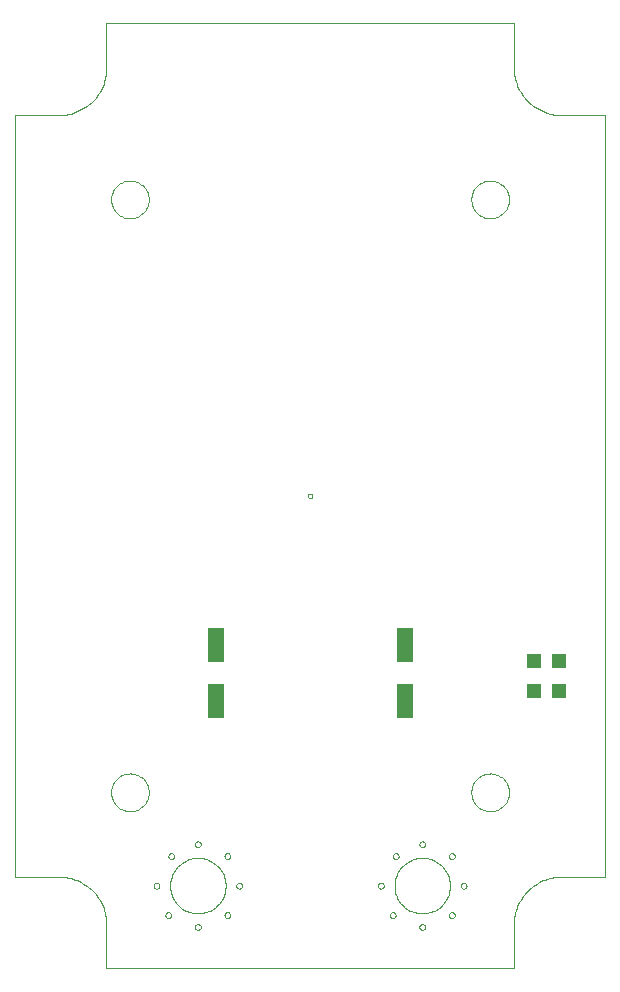
<source format=gbp>
G75*
%MOIN*%
%OFA0B0*%
%FSLAX24Y24*%
%IPPOS*%
%LPD*%
%AMOC8*
5,1,8,0,0,1.08239X$1,22.5*
%
%ADD10C,0.0000*%
%ADD11R,0.0472X0.0472*%
%ADD12R,0.0551X0.1181*%
%ADD13C,0.0039*%
D10*
X004489Y004351D02*
X005966Y004351D01*
X006043Y004349D01*
X006120Y004343D01*
X006197Y004334D01*
X006273Y004321D01*
X006349Y004304D01*
X006423Y004283D01*
X006497Y004259D01*
X006569Y004231D01*
X006639Y004200D01*
X006708Y004165D01*
X006776Y004127D01*
X006841Y004086D01*
X006904Y004041D01*
X006965Y003993D01*
X007024Y003943D01*
X007080Y003890D01*
X007133Y003834D01*
X007183Y003775D01*
X007231Y003714D01*
X007276Y003651D01*
X007317Y003586D01*
X007355Y003518D01*
X007390Y003449D01*
X007421Y003379D01*
X007449Y003307D01*
X007473Y003233D01*
X007494Y003159D01*
X007511Y003083D01*
X007524Y003007D01*
X007533Y002930D01*
X007539Y002853D01*
X007541Y002776D01*
X007541Y001300D01*
X021123Y001300D01*
X021123Y002776D01*
X021125Y002853D01*
X021131Y002930D01*
X021140Y003007D01*
X021153Y003083D01*
X021170Y003159D01*
X021191Y003233D01*
X021215Y003307D01*
X021243Y003379D01*
X021274Y003449D01*
X021309Y003518D01*
X021347Y003586D01*
X021388Y003651D01*
X021433Y003714D01*
X021481Y003775D01*
X021531Y003834D01*
X021584Y003890D01*
X021640Y003943D01*
X021699Y003993D01*
X021760Y004041D01*
X021823Y004086D01*
X021888Y004127D01*
X021956Y004165D01*
X022025Y004200D01*
X022095Y004231D01*
X022167Y004259D01*
X022241Y004283D01*
X022315Y004304D01*
X022391Y004321D01*
X022467Y004334D01*
X022544Y004343D01*
X022621Y004349D01*
X022698Y004351D01*
X024175Y004351D01*
X024175Y029745D01*
X022698Y029745D01*
X022621Y029747D01*
X022544Y029753D01*
X022467Y029762D01*
X022391Y029775D01*
X022315Y029792D01*
X022241Y029813D01*
X022167Y029837D01*
X022095Y029865D01*
X022025Y029896D01*
X021956Y029931D01*
X021888Y029969D01*
X021823Y030010D01*
X021760Y030055D01*
X021699Y030103D01*
X021640Y030153D01*
X021584Y030206D01*
X021531Y030262D01*
X021481Y030321D01*
X021433Y030382D01*
X021388Y030445D01*
X021347Y030510D01*
X021309Y030578D01*
X021274Y030647D01*
X021243Y030717D01*
X021215Y030789D01*
X021191Y030863D01*
X021170Y030937D01*
X021153Y031013D01*
X021140Y031089D01*
X021131Y031166D01*
X021125Y031243D01*
X021123Y031320D01*
X021123Y032796D01*
X007541Y032796D01*
X007541Y031320D01*
X007539Y031243D01*
X007533Y031166D01*
X007524Y031089D01*
X007511Y031013D01*
X007494Y030937D01*
X007473Y030863D01*
X007449Y030789D01*
X007421Y030717D01*
X007390Y030647D01*
X007355Y030578D01*
X007317Y030510D01*
X007276Y030445D01*
X007231Y030382D01*
X007183Y030321D01*
X007133Y030262D01*
X007080Y030206D01*
X007024Y030153D01*
X006965Y030103D01*
X006904Y030055D01*
X006841Y030010D01*
X006776Y029969D01*
X006708Y029931D01*
X006639Y029896D01*
X006569Y029865D01*
X006497Y029837D01*
X006423Y029813D01*
X006349Y029792D01*
X006273Y029775D01*
X006197Y029762D01*
X006120Y029753D01*
X006043Y029747D01*
X005966Y029745D01*
X004489Y029745D01*
X004489Y004351D01*
X007698Y007166D02*
X007700Y007216D01*
X007706Y007266D01*
X007716Y007315D01*
X007730Y007363D01*
X007747Y007410D01*
X007768Y007455D01*
X007793Y007499D01*
X007821Y007540D01*
X007853Y007579D01*
X007887Y007616D01*
X007924Y007650D01*
X007964Y007680D01*
X008006Y007707D01*
X008050Y007731D01*
X008096Y007752D01*
X008143Y007768D01*
X008191Y007781D01*
X008241Y007790D01*
X008290Y007795D01*
X008341Y007796D01*
X008391Y007793D01*
X008440Y007786D01*
X008489Y007775D01*
X008537Y007760D01*
X008583Y007742D01*
X008628Y007720D01*
X008671Y007694D01*
X008712Y007665D01*
X008751Y007633D01*
X008787Y007598D01*
X008819Y007560D01*
X008849Y007520D01*
X008876Y007477D01*
X008899Y007433D01*
X008918Y007387D01*
X008934Y007339D01*
X008946Y007290D01*
X008954Y007241D01*
X008958Y007191D01*
X008958Y007141D01*
X008954Y007091D01*
X008946Y007042D01*
X008934Y006993D01*
X008918Y006945D01*
X008899Y006899D01*
X008876Y006855D01*
X008849Y006812D01*
X008819Y006772D01*
X008787Y006734D01*
X008751Y006699D01*
X008712Y006667D01*
X008671Y006638D01*
X008628Y006612D01*
X008583Y006590D01*
X008537Y006572D01*
X008489Y006557D01*
X008440Y006546D01*
X008391Y006539D01*
X008341Y006536D01*
X008290Y006537D01*
X008241Y006542D01*
X008191Y006551D01*
X008143Y006564D01*
X008096Y006580D01*
X008050Y006601D01*
X008006Y006625D01*
X007964Y006652D01*
X007924Y006682D01*
X007887Y006716D01*
X007853Y006753D01*
X007821Y006792D01*
X007793Y006833D01*
X007768Y006877D01*
X007747Y006922D01*
X007730Y006969D01*
X007716Y007017D01*
X007706Y007066D01*
X007700Y007116D01*
X007698Y007166D01*
X009608Y005040D02*
X009610Y005059D01*
X009615Y005078D01*
X009625Y005094D01*
X009637Y005109D01*
X009652Y005121D01*
X009668Y005131D01*
X009687Y005136D01*
X009706Y005138D01*
X009725Y005136D01*
X009744Y005131D01*
X009760Y005121D01*
X009775Y005109D01*
X009787Y005094D01*
X009797Y005078D01*
X009802Y005059D01*
X009804Y005040D01*
X009802Y005021D01*
X009797Y005002D01*
X009787Y004986D01*
X009775Y004971D01*
X009760Y004959D01*
X009744Y004949D01*
X009725Y004944D01*
X009706Y004942D01*
X009687Y004944D01*
X009668Y004949D01*
X009652Y004959D01*
X009637Y004971D01*
X009625Y004986D01*
X009615Y005002D01*
X009610Y005021D01*
X009608Y005040D01*
X010494Y005434D02*
X010496Y005453D01*
X010501Y005472D01*
X010511Y005488D01*
X010523Y005503D01*
X010538Y005515D01*
X010554Y005525D01*
X010573Y005530D01*
X010592Y005532D01*
X010611Y005530D01*
X010630Y005525D01*
X010646Y005515D01*
X010661Y005503D01*
X010673Y005488D01*
X010683Y005472D01*
X010688Y005453D01*
X010690Y005434D01*
X010688Y005415D01*
X010683Y005396D01*
X010673Y005380D01*
X010661Y005365D01*
X010646Y005353D01*
X010630Y005343D01*
X010611Y005338D01*
X010592Y005336D01*
X010573Y005338D01*
X010554Y005343D01*
X010538Y005353D01*
X010523Y005365D01*
X010511Y005380D01*
X010501Y005396D01*
X010496Y005415D01*
X010494Y005434D01*
X011478Y005040D02*
X011480Y005059D01*
X011485Y005078D01*
X011495Y005094D01*
X011507Y005109D01*
X011522Y005121D01*
X011538Y005131D01*
X011557Y005136D01*
X011576Y005138D01*
X011595Y005136D01*
X011614Y005131D01*
X011630Y005121D01*
X011645Y005109D01*
X011657Y005094D01*
X011667Y005078D01*
X011672Y005059D01*
X011674Y005040D01*
X011672Y005021D01*
X011667Y005002D01*
X011657Y004986D01*
X011645Y004971D01*
X011630Y004959D01*
X011614Y004949D01*
X011595Y004944D01*
X011576Y004942D01*
X011557Y004944D01*
X011538Y004949D01*
X011522Y004959D01*
X011507Y004971D01*
X011495Y004986D01*
X011485Y005002D01*
X011480Y005021D01*
X011478Y005040D01*
X011872Y004056D02*
X011874Y004075D01*
X011879Y004094D01*
X011889Y004110D01*
X011901Y004125D01*
X011916Y004137D01*
X011932Y004147D01*
X011951Y004152D01*
X011970Y004154D01*
X011989Y004152D01*
X012008Y004147D01*
X012024Y004137D01*
X012039Y004125D01*
X012051Y004110D01*
X012061Y004094D01*
X012066Y004075D01*
X012068Y004056D01*
X012066Y004037D01*
X012061Y004018D01*
X012051Y004002D01*
X012039Y003987D01*
X012024Y003975D01*
X012008Y003965D01*
X011989Y003960D01*
X011970Y003958D01*
X011951Y003960D01*
X011932Y003965D01*
X011916Y003975D01*
X011901Y003987D01*
X011889Y004002D01*
X011879Y004018D01*
X011874Y004037D01*
X011872Y004056D01*
X011478Y003072D02*
X011480Y003091D01*
X011485Y003110D01*
X011495Y003126D01*
X011507Y003141D01*
X011522Y003153D01*
X011538Y003163D01*
X011557Y003168D01*
X011576Y003170D01*
X011595Y003168D01*
X011614Y003163D01*
X011630Y003153D01*
X011645Y003141D01*
X011657Y003126D01*
X011667Y003110D01*
X011672Y003091D01*
X011674Y003072D01*
X011672Y003053D01*
X011667Y003034D01*
X011657Y003018D01*
X011645Y003003D01*
X011630Y002991D01*
X011614Y002981D01*
X011595Y002976D01*
X011576Y002974D01*
X011557Y002976D01*
X011538Y002981D01*
X011522Y002991D01*
X011507Y003003D01*
X011495Y003018D01*
X011485Y003034D01*
X011480Y003053D01*
X011478Y003072D01*
X010494Y002678D02*
X010496Y002697D01*
X010501Y002716D01*
X010511Y002732D01*
X010523Y002747D01*
X010538Y002759D01*
X010554Y002769D01*
X010573Y002774D01*
X010592Y002776D01*
X010611Y002774D01*
X010630Y002769D01*
X010646Y002759D01*
X010661Y002747D01*
X010673Y002732D01*
X010683Y002716D01*
X010688Y002697D01*
X010690Y002678D01*
X010688Y002659D01*
X010683Y002640D01*
X010673Y002624D01*
X010661Y002609D01*
X010646Y002597D01*
X010630Y002587D01*
X010611Y002582D01*
X010592Y002580D01*
X010573Y002582D01*
X010554Y002587D01*
X010538Y002597D01*
X010523Y002609D01*
X010511Y002624D01*
X010501Y002640D01*
X010496Y002659D01*
X010494Y002678D01*
X009510Y003072D02*
X009512Y003091D01*
X009517Y003110D01*
X009527Y003126D01*
X009539Y003141D01*
X009554Y003153D01*
X009570Y003163D01*
X009589Y003168D01*
X009608Y003170D01*
X009627Y003168D01*
X009646Y003163D01*
X009662Y003153D01*
X009677Y003141D01*
X009689Y003126D01*
X009699Y003110D01*
X009704Y003091D01*
X009706Y003072D01*
X009704Y003053D01*
X009699Y003034D01*
X009689Y003018D01*
X009677Y003003D01*
X009662Y002991D01*
X009646Y002981D01*
X009627Y002976D01*
X009608Y002974D01*
X009589Y002976D01*
X009570Y002981D01*
X009554Y002991D01*
X009539Y003003D01*
X009527Y003018D01*
X009517Y003034D01*
X009512Y003053D01*
X009510Y003072D01*
X009116Y004056D02*
X009118Y004075D01*
X009123Y004094D01*
X009133Y004110D01*
X009145Y004125D01*
X009160Y004137D01*
X009176Y004147D01*
X009195Y004152D01*
X009214Y004154D01*
X009233Y004152D01*
X009252Y004147D01*
X009268Y004137D01*
X009283Y004125D01*
X009295Y004110D01*
X009305Y004094D01*
X009310Y004075D01*
X009312Y004056D01*
X009310Y004037D01*
X009305Y004018D01*
X009295Y004002D01*
X009283Y003987D01*
X009268Y003975D01*
X009252Y003965D01*
X009233Y003960D01*
X009214Y003958D01*
X009195Y003960D01*
X009176Y003965D01*
X009160Y003975D01*
X009145Y003987D01*
X009133Y004002D01*
X009123Y004018D01*
X009118Y004037D01*
X009116Y004056D01*
X016596Y004056D02*
X016598Y004075D01*
X016603Y004094D01*
X016613Y004110D01*
X016625Y004125D01*
X016640Y004137D01*
X016656Y004147D01*
X016675Y004152D01*
X016694Y004154D01*
X016713Y004152D01*
X016732Y004147D01*
X016748Y004137D01*
X016763Y004125D01*
X016775Y004110D01*
X016785Y004094D01*
X016790Y004075D01*
X016792Y004056D01*
X016790Y004037D01*
X016785Y004018D01*
X016775Y004002D01*
X016763Y003987D01*
X016748Y003975D01*
X016732Y003965D01*
X016713Y003960D01*
X016694Y003958D01*
X016675Y003960D01*
X016656Y003965D01*
X016640Y003975D01*
X016625Y003987D01*
X016613Y004002D01*
X016603Y004018D01*
X016598Y004037D01*
X016596Y004056D01*
X016990Y003072D02*
X016992Y003091D01*
X016997Y003110D01*
X017007Y003126D01*
X017019Y003141D01*
X017034Y003153D01*
X017050Y003163D01*
X017069Y003168D01*
X017088Y003170D01*
X017107Y003168D01*
X017126Y003163D01*
X017142Y003153D01*
X017157Y003141D01*
X017169Y003126D01*
X017179Y003110D01*
X017184Y003091D01*
X017186Y003072D01*
X017184Y003053D01*
X017179Y003034D01*
X017169Y003018D01*
X017157Y003003D01*
X017142Y002991D01*
X017126Y002981D01*
X017107Y002976D01*
X017088Y002974D01*
X017069Y002976D01*
X017050Y002981D01*
X017034Y002991D01*
X017019Y003003D01*
X017007Y003018D01*
X016997Y003034D01*
X016992Y003053D01*
X016990Y003072D01*
X017974Y002678D02*
X017976Y002697D01*
X017981Y002716D01*
X017991Y002732D01*
X018003Y002747D01*
X018018Y002759D01*
X018034Y002769D01*
X018053Y002774D01*
X018072Y002776D01*
X018091Y002774D01*
X018110Y002769D01*
X018126Y002759D01*
X018141Y002747D01*
X018153Y002732D01*
X018163Y002716D01*
X018168Y002697D01*
X018170Y002678D01*
X018168Y002659D01*
X018163Y002640D01*
X018153Y002624D01*
X018141Y002609D01*
X018126Y002597D01*
X018110Y002587D01*
X018091Y002582D01*
X018072Y002580D01*
X018053Y002582D01*
X018034Y002587D01*
X018018Y002597D01*
X018003Y002609D01*
X017991Y002624D01*
X017981Y002640D01*
X017976Y002659D01*
X017974Y002678D01*
X018958Y003072D02*
X018960Y003091D01*
X018965Y003110D01*
X018975Y003126D01*
X018987Y003141D01*
X019002Y003153D01*
X019018Y003163D01*
X019037Y003168D01*
X019056Y003170D01*
X019075Y003168D01*
X019094Y003163D01*
X019110Y003153D01*
X019125Y003141D01*
X019137Y003126D01*
X019147Y003110D01*
X019152Y003091D01*
X019154Y003072D01*
X019152Y003053D01*
X019147Y003034D01*
X019137Y003018D01*
X019125Y003003D01*
X019110Y002991D01*
X019094Y002981D01*
X019075Y002976D01*
X019056Y002974D01*
X019037Y002976D01*
X019018Y002981D01*
X019002Y002991D01*
X018987Y003003D01*
X018975Y003018D01*
X018965Y003034D01*
X018960Y003053D01*
X018958Y003072D01*
X019352Y004056D02*
X019354Y004075D01*
X019359Y004094D01*
X019369Y004110D01*
X019381Y004125D01*
X019396Y004137D01*
X019412Y004147D01*
X019431Y004152D01*
X019450Y004154D01*
X019469Y004152D01*
X019488Y004147D01*
X019504Y004137D01*
X019519Y004125D01*
X019531Y004110D01*
X019541Y004094D01*
X019546Y004075D01*
X019548Y004056D01*
X019546Y004037D01*
X019541Y004018D01*
X019531Y004002D01*
X019519Y003987D01*
X019504Y003975D01*
X019488Y003965D01*
X019469Y003960D01*
X019450Y003958D01*
X019431Y003960D01*
X019412Y003965D01*
X019396Y003975D01*
X019381Y003987D01*
X019369Y004002D01*
X019359Y004018D01*
X019354Y004037D01*
X019352Y004056D01*
X018958Y005040D02*
X018960Y005059D01*
X018965Y005078D01*
X018975Y005094D01*
X018987Y005109D01*
X019002Y005121D01*
X019018Y005131D01*
X019037Y005136D01*
X019056Y005138D01*
X019075Y005136D01*
X019094Y005131D01*
X019110Y005121D01*
X019125Y005109D01*
X019137Y005094D01*
X019147Y005078D01*
X019152Y005059D01*
X019154Y005040D01*
X019152Y005021D01*
X019147Y005002D01*
X019137Y004986D01*
X019125Y004971D01*
X019110Y004959D01*
X019094Y004949D01*
X019075Y004944D01*
X019056Y004942D01*
X019037Y004944D01*
X019018Y004949D01*
X019002Y004959D01*
X018987Y004971D01*
X018975Y004986D01*
X018965Y005002D01*
X018960Y005021D01*
X018958Y005040D01*
X017974Y005434D02*
X017976Y005453D01*
X017981Y005472D01*
X017991Y005488D01*
X018003Y005503D01*
X018018Y005515D01*
X018034Y005525D01*
X018053Y005530D01*
X018072Y005532D01*
X018091Y005530D01*
X018110Y005525D01*
X018126Y005515D01*
X018141Y005503D01*
X018153Y005488D01*
X018163Y005472D01*
X018168Y005453D01*
X018170Y005434D01*
X018168Y005415D01*
X018163Y005396D01*
X018153Y005380D01*
X018141Y005365D01*
X018126Y005353D01*
X018110Y005343D01*
X018091Y005338D01*
X018072Y005336D01*
X018053Y005338D01*
X018034Y005343D01*
X018018Y005353D01*
X018003Y005365D01*
X017991Y005380D01*
X017981Y005396D01*
X017976Y005415D01*
X017974Y005434D01*
X017088Y005040D02*
X017090Y005059D01*
X017095Y005078D01*
X017105Y005094D01*
X017117Y005109D01*
X017132Y005121D01*
X017148Y005131D01*
X017167Y005136D01*
X017186Y005138D01*
X017205Y005136D01*
X017224Y005131D01*
X017240Y005121D01*
X017255Y005109D01*
X017267Y005094D01*
X017277Y005078D01*
X017282Y005059D01*
X017284Y005040D01*
X017282Y005021D01*
X017277Y005002D01*
X017267Y004986D01*
X017255Y004971D01*
X017240Y004959D01*
X017224Y004949D01*
X017205Y004944D01*
X017186Y004942D01*
X017167Y004944D01*
X017148Y004949D01*
X017132Y004959D01*
X017117Y004971D01*
X017105Y004986D01*
X017095Y005002D01*
X017090Y005021D01*
X017088Y005040D01*
X019706Y007166D02*
X019708Y007216D01*
X019714Y007266D01*
X019724Y007315D01*
X019738Y007363D01*
X019755Y007410D01*
X019776Y007455D01*
X019801Y007499D01*
X019829Y007540D01*
X019861Y007579D01*
X019895Y007616D01*
X019932Y007650D01*
X019972Y007680D01*
X020014Y007707D01*
X020058Y007731D01*
X020104Y007752D01*
X020151Y007768D01*
X020199Y007781D01*
X020249Y007790D01*
X020298Y007795D01*
X020349Y007796D01*
X020399Y007793D01*
X020448Y007786D01*
X020497Y007775D01*
X020545Y007760D01*
X020591Y007742D01*
X020636Y007720D01*
X020679Y007694D01*
X020720Y007665D01*
X020759Y007633D01*
X020795Y007598D01*
X020827Y007560D01*
X020857Y007520D01*
X020884Y007477D01*
X020907Y007433D01*
X020926Y007387D01*
X020942Y007339D01*
X020954Y007290D01*
X020962Y007241D01*
X020966Y007191D01*
X020966Y007141D01*
X020962Y007091D01*
X020954Y007042D01*
X020942Y006993D01*
X020926Y006945D01*
X020907Y006899D01*
X020884Y006855D01*
X020857Y006812D01*
X020827Y006772D01*
X020795Y006734D01*
X020759Y006699D01*
X020720Y006667D01*
X020679Y006638D01*
X020636Y006612D01*
X020591Y006590D01*
X020545Y006572D01*
X020497Y006557D01*
X020448Y006546D01*
X020399Y006539D01*
X020349Y006536D01*
X020298Y006537D01*
X020249Y006542D01*
X020199Y006551D01*
X020151Y006564D01*
X020104Y006580D01*
X020058Y006601D01*
X020014Y006625D01*
X019972Y006652D01*
X019932Y006682D01*
X019895Y006716D01*
X019861Y006753D01*
X019829Y006792D01*
X019801Y006833D01*
X019776Y006877D01*
X019755Y006922D01*
X019738Y006969D01*
X019724Y007017D01*
X019714Y007066D01*
X019708Y007116D01*
X019706Y007166D01*
X014253Y017048D02*
X014255Y017066D01*
X014261Y017082D01*
X014270Y017097D01*
X014283Y017110D01*
X014298Y017119D01*
X014314Y017125D01*
X014332Y017127D01*
X014350Y017125D01*
X014366Y017119D01*
X014381Y017110D01*
X014394Y017097D01*
X014403Y017082D01*
X014409Y017066D01*
X014411Y017048D01*
X014409Y017030D01*
X014403Y017014D01*
X014394Y016999D01*
X014381Y016986D01*
X014366Y016977D01*
X014350Y016971D01*
X014332Y016969D01*
X014314Y016971D01*
X014298Y016977D01*
X014283Y016986D01*
X014270Y016999D01*
X014261Y017014D01*
X014255Y017030D01*
X014253Y017048D01*
X007698Y026930D02*
X007700Y026980D01*
X007706Y027030D01*
X007716Y027079D01*
X007730Y027127D01*
X007747Y027174D01*
X007768Y027219D01*
X007793Y027263D01*
X007821Y027304D01*
X007853Y027343D01*
X007887Y027380D01*
X007924Y027414D01*
X007964Y027444D01*
X008006Y027471D01*
X008050Y027495D01*
X008096Y027516D01*
X008143Y027532D01*
X008191Y027545D01*
X008241Y027554D01*
X008290Y027559D01*
X008341Y027560D01*
X008391Y027557D01*
X008440Y027550D01*
X008489Y027539D01*
X008537Y027524D01*
X008583Y027506D01*
X008628Y027484D01*
X008671Y027458D01*
X008712Y027429D01*
X008751Y027397D01*
X008787Y027362D01*
X008819Y027324D01*
X008849Y027284D01*
X008876Y027241D01*
X008899Y027197D01*
X008918Y027151D01*
X008934Y027103D01*
X008946Y027054D01*
X008954Y027005D01*
X008958Y026955D01*
X008958Y026905D01*
X008954Y026855D01*
X008946Y026806D01*
X008934Y026757D01*
X008918Y026709D01*
X008899Y026663D01*
X008876Y026619D01*
X008849Y026576D01*
X008819Y026536D01*
X008787Y026498D01*
X008751Y026463D01*
X008712Y026431D01*
X008671Y026402D01*
X008628Y026376D01*
X008583Y026354D01*
X008537Y026336D01*
X008489Y026321D01*
X008440Y026310D01*
X008391Y026303D01*
X008341Y026300D01*
X008290Y026301D01*
X008241Y026306D01*
X008191Y026315D01*
X008143Y026328D01*
X008096Y026344D01*
X008050Y026365D01*
X008006Y026389D01*
X007964Y026416D01*
X007924Y026446D01*
X007887Y026480D01*
X007853Y026517D01*
X007821Y026556D01*
X007793Y026597D01*
X007768Y026641D01*
X007747Y026686D01*
X007730Y026733D01*
X007716Y026781D01*
X007706Y026830D01*
X007700Y026880D01*
X007698Y026930D01*
X019706Y026930D02*
X019708Y026980D01*
X019714Y027030D01*
X019724Y027079D01*
X019738Y027127D01*
X019755Y027174D01*
X019776Y027219D01*
X019801Y027263D01*
X019829Y027304D01*
X019861Y027343D01*
X019895Y027380D01*
X019932Y027414D01*
X019972Y027444D01*
X020014Y027471D01*
X020058Y027495D01*
X020104Y027516D01*
X020151Y027532D01*
X020199Y027545D01*
X020249Y027554D01*
X020298Y027559D01*
X020349Y027560D01*
X020399Y027557D01*
X020448Y027550D01*
X020497Y027539D01*
X020545Y027524D01*
X020591Y027506D01*
X020636Y027484D01*
X020679Y027458D01*
X020720Y027429D01*
X020759Y027397D01*
X020795Y027362D01*
X020827Y027324D01*
X020857Y027284D01*
X020884Y027241D01*
X020907Y027197D01*
X020926Y027151D01*
X020942Y027103D01*
X020954Y027054D01*
X020962Y027005D01*
X020966Y026955D01*
X020966Y026905D01*
X020962Y026855D01*
X020954Y026806D01*
X020942Y026757D01*
X020926Y026709D01*
X020907Y026663D01*
X020884Y026619D01*
X020857Y026576D01*
X020827Y026536D01*
X020795Y026498D01*
X020759Y026463D01*
X020720Y026431D01*
X020679Y026402D01*
X020636Y026376D01*
X020591Y026354D01*
X020545Y026336D01*
X020497Y026321D01*
X020448Y026310D01*
X020399Y026303D01*
X020349Y026300D01*
X020298Y026301D01*
X020249Y026306D01*
X020199Y026315D01*
X020151Y026328D01*
X020104Y026344D01*
X020058Y026365D01*
X020014Y026389D01*
X019972Y026416D01*
X019932Y026446D01*
X019895Y026480D01*
X019861Y026517D01*
X019829Y026556D01*
X019801Y026597D01*
X019776Y026641D01*
X019755Y026686D01*
X019738Y026733D01*
X019724Y026781D01*
X019714Y026830D01*
X019708Y026880D01*
X019706Y026930D01*
D11*
X021793Y011536D03*
X021793Y010552D03*
X022619Y010552D03*
X022619Y011536D03*
D12*
X017482Y012087D03*
X017482Y010198D03*
X011182Y010198D03*
X011182Y012087D03*
D13*
X009667Y004056D02*
X009669Y004116D01*
X009675Y004177D01*
X009685Y004236D01*
X009699Y004295D01*
X009716Y004353D01*
X009737Y004410D01*
X009762Y004465D01*
X009791Y004518D01*
X009823Y004570D01*
X009858Y004619D01*
X009897Y004666D01*
X009938Y004710D01*
X009982Y004751D01*
X010029Y004790D01*
X010078Y004825D01*
X010129Y004857D01*
X010183Y004886D01*
X010238Y004911D01*
X010295Y004932D01*
X010353Y004949D01*
X010412Y004963D01*
X010471Y004973D01*
X010532Y004979D01*
X010592Y004981D01*
X010652Y004979D01*
X010713Y004973D01*
X010772Y004963D01*
X010831Y004949D01*
X010889Y004932D01*
X010946Y004911D01*
X011001Y004886D01*
X011054Y004857D01*
X011106Y004825D01*
X011155Y004790D01*
X011202Y004751D01*
X011246Y004710D01*
X011287Y004666D01*
X011326Y004619D01*
X011361Y004570D01*
X011393Y004519D01*
X011422Y004465D01*
X011447Y004410D01*
X011468Y004353D01*
X011485Y004295D01*
X011499Y004236D01*
X011509Y004177D01*
X011515Y004116D01*
X011517Y004056D01*
X011515Y003996D01*
X011509Y003935D01*
X011499Y003876D01*
X011485Y003817D01*
X011468Y003759D01*
X011447Y003702D01*
X011422Y003647D01*
X011393Y003594D01*
X011361Y003542D01*
X011326Y003493D01*
X011287Y003446D01*
X011246Y003402D01*
X011202Y003361D01*
X011155Y003322D01*
X011106Y003287D01*
X011055Y003255D01*
X011001Y003226D01*
X010946Y003201D01*
X010889Y003180D01*
X010831Y003163D01*
X010772Y003149D01*
X010713Y003139D01*
X010652Y003133D01*
X010592Y003131D01*
X010532Y003133D01*
X010471Y003139D01*
X010412Y003149D01*
X010353Y003163D01*
X010295Y003180D01*
X010238Y003201D01*
X010183Y003226D01*
X010130Y003255D01*
X010078Y003287D01*
X010029Y003322D01*
X009982Y003361D01*
X009938Y003402D01*
X009897Y003446D01*
X009858Y003493D01*
X009823Y003542D01*
X009791Y003593D01*
X009762Y003647D01*
X009737Y003702D01*
X009716Y003759D01*
X009699Y003817D01*
X009685Y003876D01*
X009675Y003935D01*
X009669Y003996D01*
X009667Y004056D01*
X017147Y004056D02*
X017149Y004116D01*
X017155Y004177D01*
X017165Y004236D01*
X017179Y004295D01*
X017196Y004353D01*
X017217Y004410D01*
X017242Y004465D01*
X017271Y004518D01*
X017303Y004570D01*
X017338Y004619D01*
X017377Y004666D01*
X017418Y004710D01*
X017462Y004751D01*
X017509Y004790D01*
X017558Y004825D01*
X017609Y004857D01*
X017663Y004886D01*
X017718Y004911D01*
X017775Y004932D01*
X017833Y004949D01*
X017892Y004963D01*
X017951Y004973D01*
X018012Y004979D01*
X018072Y004981D01*
X018132Y004979D01*
X018193Y004973D01*
X018252Y004963D01*
X018311Y004949D01*
X018369Y004932D01*
X018426Y004911D01*
X018481Y004886D01*
X018534Y004857D01*
X018586Y004825D01*
X018635Y004790D01*
X018682Y004751D01*
X018726Y004710D01*
X018767Y004666D01*
X018806Y004619D01*
X018841Y004570D01*
X018873Y004519D01*
X018902Y004465D01*
X018927Y004410D01*
X018948Y004353D01*
X018965Y004295D01*
X018979Y004236D01*
X018989Y004177D01*
X018995Y004116D01*
X018997Y004056D01*
X018995Y003996D01*
X018989Y003935D01*
X018979Y003876D01*
X018965Y003817D01*
X018948Y003759D01*
X018927Y003702D01*
X018902Y003647D01*
X018873Y003594D01*
X018841Y003542D01*
X018806Y003493D01*
X018767Y003446D01*
X018726Y003402D01*
X018682Y003361D01*
X018635Y003322D01*
X018586Y003287D01*
X018535Y003255D01*
X018481Y003226D01*
X018426Y003201D01*
X018369Y003180D01*
X018311Y003163D01*
X018252Y003149D01*
X018193Y003139D01*
X018132Y003133D01*
X018072Y003131D01*
X018012Y003133D01*
X017951Y003139D01*
X017892Y003149D01*
X017833Y003163D01*
X017775Y003180D01*
X017718Y003201D01*
X017663Y003226D01*
X017610Y003255D01*
X017558Y003287D01*
X017509Y003322D01*
X017462Y003361D01*
X017418Y003402D01*
X017377Y003446D01*
X017338Y003493D01*
X017303Y003542D01*
X017271Y003593D01*
X017242Y003647D01*
X017217Y003702D01*
X017196Y003759D01*
X017179Y003817D01*
X017165Y003876D01*
X017155Y003935D01*
X017149Y003996D01*
X017147Y004056D01*
M02*

</source>
